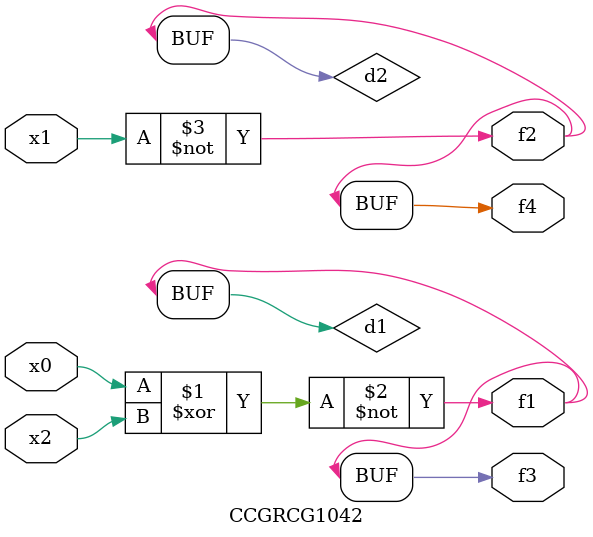
<source format=v>
module CCGRCG1042(
	input x0, x1, x2,
	output f1, f2, f3, f4
);

	wire d1, d2, d3;

	xnor (d1, x0, x2);
	nand (d2, x1);
	nor (d3, x1, x2);
	assign f1 = d1;
	assign f2 = d2;
	assign f3 = d1;
	assign f4 = d2;
endmodule

</source>
